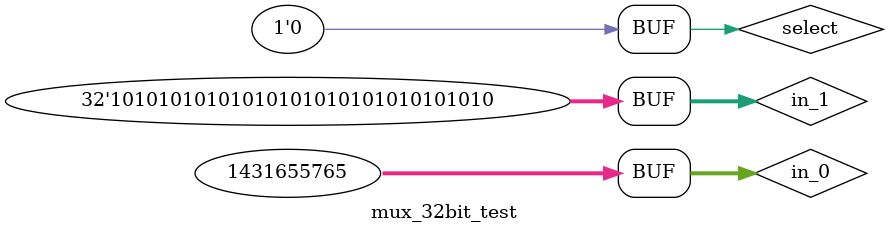
<source format=v>
`timescale 1 ns / 1 ns
`include "./src/constant_values.h"

module mux_32_bit(in_0, in_1, out, select);
    input [31:0] in_0, in_1;
    input select;
    output reg [31:0] out;

    always @(in_0, in_1, select) begin
        if (select == 1'b0)
            out = in_0;
        else if (select == 1'b1)
            out = in_1;
    end
endmodule

module mux_32bit_test();
    reg [31:0] in_0, in_1;
    reg select;
    wire [31:0] out;

    mux_32_bit mux_32_bit_test(in_0, in_1, out, select);
    initial begin
        in_0 = 32'b0000000000000000_0000000000000000;
        in_1 = 32'b1111111111111111_1111111111111111;
        select = 1'b0;
        #1000 select = 1'b1;
        #1000 in_1 = 32'b1010101010101010_1010101010101010;
        #1000 in_0 = 32'b0101010101010101_0101010101010101;
        select = 1'b0;
        #1000;
    end
endmodule
</source>
